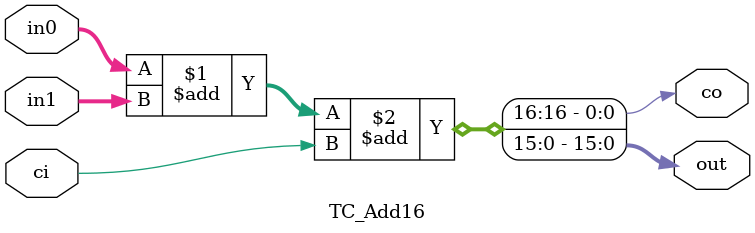
<source format=v>
module TC_Add16 (in0, in1, ci, out, co);
    input [15:0] in0;
    input [15:0] in1;
    input ci;
    output [15:0] out;
    output co;

    assign {co, out} = in0 + in1 + ci;
endmodule


</source>
